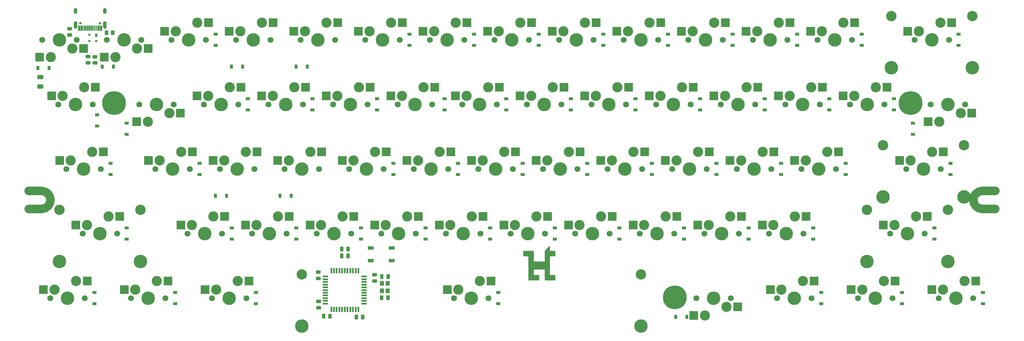
<source format=gbr>
%TF.GenerationSoftware,KiCad,Pcbnew,(5.1.10)-1*%
%TF.CreationDate,2021-08-14T15:29:17+09:00*%
%TF.ProjectId,pcb,7063622e-6b69-4636-9164-5f7063625858,rev?*%
%TF.SameCoordinates,Original*%
%TF.FileFunction,Soldermask,Bot*%
%TF.FilePolarity,Negative*%
%FSLAX46Y46*%
G04 Gerber Fmt 4.6, Leading zero omitted, Abs format (unit mm)*
G04 Created by KiCad (PCBNEW (5.1.10)-1) date 2021-08-14 15:29:17*
%MOMM*%
%LPD*%
G01*
G04 APERTURE LIST*
%ADD10C,2.501900*%
%ADD11C,1.000000*%
%ADD12C,7.000240*%
%ADD13C,7.001300*%
%ADD14R,1.200000X1.400000*%
%ADD15C,0.750000*%
%ADD16O,1.100000X2.200000*%
%ADD17O,1.100000X1.700000*%
%ADD18R,1.500000X0.550000*%
%ADD19R,0.550000X1.500000*%
%ADD20R,0.700000X1.000000*%
%ADD21R,0.700000X0.600000*%
%ADD22R,1.800000X1.100000*%
%ADD23R,2.550000X2.500000*%
%ADD24C,1.750000*%
%ADD25C,3.000000*%
%ADD26C,3.987800*%
%ADD27C,3.048000*%
%ADD28R,1.200000X0.900000*%
%ADD29R,0.900000X1.200000*%
%ADD30C,0.254000*%
%ADD31C,0.100000*%
G04 APERTURE END LIST*
D10*
%TO.C,REF\u002A\u002A*%
X24251000Y-83224950D02*
X28051000Y-83224950D01*
X24251000Y-77923050D02*
X28051000Y-77923050D01*
X305451000Y-83224950D02*
X309301000Y-83224950D01*
X305451000Y-77923050D02*
X309251000Y-77923050D01*
X28051000Y-83224950D02*
G75*
G03*
X30701950Y-80574000I0J2650950D01*
G01*
X30701950Y-80574000D02*
G75*
G03*
X28051000Y-77923050I-2650950J0D01*
G01*
X305451000Y-83224950D02*
G75*
G02*
X302800050Y-80574000I0J2650950D01*
G01*
X302800050Y-80574000D02*
G75*
G02*
X305451000Y-77923050I2650950J0D01*
G01*
%TD*%
D11*
%TO.C,REF\u002A\u002A*%
X303612522Y-82412478D03*
X305451000Y-83174000D03*
X307493035Y-83174000D03*
X307493035Y-77974000D03*
X305451000Y-77974000D03*
X303612522Y-78735522D03*
X302851000Y-80574000D03*
X26008965Y-83174000D03*
X26008965Y-77974000D03*
X29889478Y-82412478D03*
X29889478Y-78735522D03*
X28051000Y-83174000D03*
X28051000Y-77974000D03*
X30651000Y-80574000D03*
X215951000Y-111574000D03*
X213551000Y-111574000D03*
X213551000Y-106974000D03*
X215951000Y-106974000D03*
X214751000Y-111574000D03*
X214751000Y-106974000D03*
X285501000Y-49657000D03*
X283101000Y-49674000D03*
X283101000Y-54274000D03*
X285501000Y-54274000D03*
X284301000Y-54274000D03*
X284301000Y-49674000D03*
X51077346Y-53600346D03*
X47824654Y-53600346D03*
X51077346Y-50347654D03*
X47824654Y-50347654D03*
X49451000Y-54274000D03*
X51751000Y-51974000D03*
X47151000Y-51974000D03*
X49451000Y-49674000D03*
D12*
X284301000Y-51974000D03*
X214751000Y-109274000D03*
D13*
X49451000Y-51974000D03*
%TD*%
D14*
%TO.C,Y1*%
X130104250Y-107399000D03*
X130104250Y-105199000D03*
X128404250Y-105199000D03*
X128404250Y-107399000D03*
%TD*%
%TO.C,USB1*%
G36*
G01*
X45293000Y-30645000D02*
X45293000Y-29195000D01*
G75*
G02*
X45343000Y-29145000I50000J0D01*
G01*
X45943000Y-29145000D01*
G75*
G02*
X45993000Y-29195000I0J-50000D01*
G01*
X45993000Y-30645000D01*
G75*
G02*
X45943000Y-30695000I-50000J0D01*
G01*
X45343000Y-30695000D01*
G75*
G02*
X45293000Y-30645000I0J50000D01*
G01*
G37*
G36*
G01*
X38843000Y-30645000D02*
X38843000Y-29195000D01*
G75*
G02*
X38893000Y-29145000I50000J0D01*
G01*
X39493000Y-29145000D01*
G75*
G02*
X39543000Y-29195000I0J-50000D01*
G01*
X39543000Y-30645000D01*
G75*
G02*
X39493000Y-30695000I-50000J0D01*
G01*
X38893000Y-30695000D01*
G75*
G02*
X38843000Y-30645000I0J50000D01*
G01*
G37*
G36*
G01*
X44518000Y-30645000D02*
X44518000Y-29195000D01*
G75*
G02*
X44568000Y-29145000I50000J0D01*
G01*
X45168000Y-29145000D01*
G75*
G02*
X45218000Y-29195000I0J-50000D01*
G01*
X45218000Y-30645000D01*
G75*
G02*
X45168000Y-30695000I-50000J0D01*
G01*
X44568000Y-30695000D01*
G75*
G02*
X44518000Y-30645000I0J50000D01*
G01*
G37*
G36*
G01*
X39618000Y-30645000D02*
X39618000Y-29195000D01*
G75*
G02*
X39668000Y-29145000I50000J0D01*
G01*
X40268000Y-29145000D01*
G75*
G02*
X40318000Y-29195000I0J-50000D01*
G01*
X40318000Y-30645000D01*
G75*
G02*
X40268000Y-30695000I-50000J0D01*
G01*
X39668000Y-30695000D01*
G75*
G02*
X39618000Y-30645000I0J50000D01*
G01*
G37*
G36*
G01*
X40468000Y-30645000D02*
X40468000Y-29195000D01*
G75*
G02*
X40518000Y-29145000I50000J0D01*
G01*
X40818000Y-29145000D01*
G75*
G02*
X40868000Y-29195000I0J-50000D01*
G01*
X40868000Y-30645000D01*
G75*
G02*
X40818000Y-30695000I-50000J0D01*
G01*
X40518000Y-30695000D01*
G75*
G02*
X40468000Y-30645000I0J50000D01*
G01*
G37*
G36*
G01*
X43968000Y-30645000D02*
X43968000Y-29195000D01*
G75*
G02*
X44018000Y-29145000I50000J0D01*
G01*
X44318000Y-29145000D01*
G75*
G02*
X44368000Y-29195000I0J-50000D01*
G01*
X44368000Y-30645000D01*
G75*
G02*
X44318000Y-30695000I-50000J0D01*
G01*
X44018000Y-30695000D01*
G75*
G02*
X43968000Y-30645000I0J50000D01*
G01*
G37*
G36*
G01*
X40968000Y-30645000D02*
X40968000Y-29195000D01*
G75*
G02*
X41018000Y-29145000I50000J0D01*
G01*
X41318000Y-29145000D01*
G75*
G02*
X41368000Y-29195000I0J-50000D01*
G01*
X41368000Y-30645000D01*
G75*
G02*
X41318000Y-30695000I-50000J0D01*
G01*
X41018000Y-30695000D01*
G75*
G02*
X40968000Y-30645000I0J50000D01*
G01*
G37*
G36*
G01*
X43468000Y-30645000D02*
X43468000Y-29195000D01*
G75*
G02*
X43518000Y-29145000I50000J0D01*
G01*
X43818000Y-29145000D01*
G75*
G02*
X43868000Y-29195000I0J-50000D01*
G01*
X43868000Y-30645000D01*
G75*
G02*
X43818000Y-30695000I-50000J0D01*
G01*
X43518000Y-30695000D01*
G75*
G02*
X43468000Y-30645000I0J50000D01*
G01*
G37*
G36*
G01*
X41468000Y-30645000D02*
X41468000Y-29195000D01*
G75*
G02*
X41518000Y-29145000I50000J0D01*
G01*
X41818000Y-29145000D01*
G75*
G02*
X41868000Y-29195000I0J-50000D01*
G01*
X41868000Y-30645000D01*
G75*
G02*
X41818000Y-30695000I-50000J0D01*
G01*
X41518000Y-30695000D01*
G75*
G02*
X41468000Y-30645000I0J50000D01*
G01*
G37*
G36*
G01*
X42968000Y-30645000D02*
X42968000Y-29195000D01*
G75*
G02*
X43018000Y-29145000I50000J0D01*
G01*
X43318000Y-29145000D01*
G75*
G02*
X43368000Y-29195000I0J-50000D01*
G01*
X43368000Y-30645000D01*
G75*
G02*
X43318000Y-30695000I-50000J0D01*
G01*
X43018000Y-30695000D01*
G75*
G02*
X42968000Y-30645000I0J50000D01*
G01*
G37*
G36*
G01*
X42468000Y-30645000D02*
X42468000Y-29195000D01*
G75*
G02*
X42518000Y-29145000I50000J0D01*
G01*
X42818000Y-29145000D01*
G75*
G02*
X42868000Y-29195000I0J-50000D01*
G01*
X42868000Y-30645000D01*
G75*
G02*
X42818000Y-30695000I-50000J0D01*
G01*
X42518000Y-30695000D01*
G75*
G02*
X42468000Y-30645000I0J50000D01*
G01*
G37*
G36*
G01*
X41968000Y-30645000D02*
X41968000Y-29195000D01*
G75*
G02*
X42018000Y-29145000I50000J0D01*
G01*
X42318000Y-29145000D01*
G75*
G02*
X42368000Y-29195000I0J-50000D01*
G01*
X42368000Y-30645000D01*
G75*
G02*
X42318000Y-30695000I-50000J0D01*
G01*
X42018000Y-30695000D01*
G75*
G02*
X41968000Y-30645000I0J50000D01*
G01*
G37*
D15*
X45308000Y-28475000D03*
X39528000Y-28475000D03*
D16*
X38098000Y-29005000D03*
X46738000Y-29005000D03*
D17*
X38098000Y-24825000D03*
X46738000Y-24825000D03*
%TD*%
D18*
%TO.C,U2*%
X111775000Y-103156250D03*
X111775000Y-103956250D03*
X111775000Y-104756250D03*
X111775000Y-105556250D03*
X111775000Y-106356250D03*
X111775000Y-107156250D03*
X111775000Y-107956250D03*
X111775000Y-108756250D03*
X111775000Y-109556250D03*
X111775000Y-110356250D03*
X111775000Y-111156250D03*
D19*
X113475000Y-112856250D03*
X114275000Y-112856250D03*
X115075000Y-112856250D03*
X115875000Y-112856250D03*
X116675000Y-112856250D03*
X117475000Y-112856250D03*
X118275000Y-112856250D03*
X119075000Y-112856250D03*
X119875000Y-112856250D03*
X120675000Y-112856250D03*
X121475000Y-112856250D03*
D18*
X123175000Y-111156250D03*
X123175000Y-110356250D03*
X123175000Y-109556250D03*
X123175000Y-108756250D03*
X123175000Y-107956250D03*
X123175000Y-107156250D03*
X123175000Y-106356250D03*
X123175000Y-105556250D03*
X123175000Y-104756250D03*
X123175000Y-103956250D03*
X123175000Y-103156250D03*
D19*
X121475000Y-101456250D03*
X120675000Y-101456250D03*
X119875000Y-101456250D03*
X119075000Y-101456250D03*
X118275000Y-101456250D03*
X117475000Y-101456250D03*
X116675000Y-101456250D03*
X115875000Y-101456250D03*
X115075000Y-101456250D03*
X114275000Y-101456250D03*
X113475000Y-101456250D03*
%TD*%
D20*
%TO.C,U1*%
X44164000Y-32013500D03*
D21*
X42164000Y-31813500D03*
X44164000Y-33713500D03*
X42164000Y-33713500D03*
%TD*%
D22*
%TO.C,SW1*%
X125074750Y-94733500D03*
X131274750Y-98433500D03*
X125074750Y-98433500D03*
X131274750Y-94733500D03*
%TD*%
%TO.C,R6*%
G36*
G01*
X112572750Y-115321502D02*
X112572750Y-114421498D01*
G75*
G02*
X112822748Y-114171500I249998J0D01*
G01*
X113347752Y-114171500D01*
G75*
G02*
X113597750Y-114421498I0J-249998D01*
G01*
X113597750Y-115321502D01*
G75*
G02*
X113347752Y-115571500I-249998J0D01*
G01*
X112822748Y-115571500D01*
G75*
G02*
X112572750Y-115321502I0J249998D01*
G01*
G37*
G36*
G01*
X110747750Y-115321502D02*
X110747750Y-114421498D01*
G75*
G02*
X110997748Y-114171500I249998J0D01*
G01*
X111522752Y-114171500D01*
G75*
G02*
X111772750Y-114421498I0J-249998D01*
G01*
X111772750Y-115321502D01*
G75*
G02*
X111522752Y-115571500I-249998J0D01*
G01*
X110997748Y-115571500D01*
G75*
G02*
X110747750Y-115321502I0J249998D01*
G01*
G37*
%TD*%
%TO.C,R5*%
G36*
G01*
X126719752Y-103168500D02*
X125819748Y-103168500D01*
G75*
G02*
X125569750Y-102918502I0J249998D01*
G01*
X125569750Y-102393498D01*
G75*
G02*
X125819748Y-102143500I249998J0D01*
G01*
X126719752Y-102143500D01*
G75*
G02*
X126969750Y-102393498I0J-249998D01*
G01*
X126969750Y-102918502D01*
G75*
G02*
X126719752Y-103168500I-249998J0D01*
G01*
G37*
G36*
G01*
X126719752Y-104993500D02*
X125819748Y-104993500D01*
G75*
G02*
X125569750Y-104743502I0J249998D01*
G01*
X125569750Y-104218498D01*
G75*
G02*
X125819748Y-103968500I249998J0D01*
G01*
X126719752Y-103968500D01*
G75*
G02*
X126969750Y-104218498I0J-249998D01*
G01*
X126969750Y-104743502D01*
G75*
G02*
X126719752Y-104993500I-249998J0D01*
G01*
G37*
%TD*%
%TO.C,R4*%
G36*
G01*
X44265002Y-38843000D02*
X43364998Y-38843000D01*
G75*
G02*
X43115000Y-38593002I0J249998D01*
G01*
X43115000Y-38067998D01*
G75*
G02*
X43364998Y-37818000I249998J0D01*
G01*
X44265002Y-37818000D01*
G75*
G02*
X44515000Y-38067998I0J-249998D01*
G01*
X44515000Y-38593002D01*
G75*
G02*
X44265002Y-38843000I-249998J0D01*
G01*
G37*
G36*
G01*
X44265002Y-40668000D02*
X43364998Y-40668000D01*
G75*
G02*
X43115000Y-40418002I0J249998D01*
G01*
X43115000Y-39892998D01*
G75*
G02*
X43364998Y-39643000I249998J0D01*
G01*
X44265002Y-39643000D01*
G75*
G02*
X44515000Y-39892998I0J-249998D01*
G01*
X44515000Y-40418002D01*
G75*
G02*
X44265002Y-40668000I-249998J0D01*
G01*
G37*
%TD*%
%TO.C,R3*%
G36*
G01*
X42233002Y-38819500D02*
X41332998Y-38819500D01*
G75*
G02*
X41083000Y-38569502I0J249998D01*
G01*
X41083000Y-38044498D01*
G75*
G02*
X41332998Y-37794500I249998J0D01*
G01*
X42233002Y-37794500D01*
G75*
G02*
X42483000Y-38044498I0J-249998D01*
G01*
X42483000Y-38569502D01*
G75*
G02*
X42233002Y-38819500I-249998J0D01*
G01*
G37*
G36*
G01*
X42233002Y-40644500D02*
X41332998Y-40644500D01*
G75*
G02*
X41083000Y-40394502I0J249998D01*
G01*
X41083000Y-39869498D01*
G75*
G02*
X41332998Y-39619500I249998J0D01*
G01*
X42233002Y-39619500D01*
G75*
G02*
X42483000Y-39869498I0J-249998D01*
G01*
X42483000Y-40394502D01*
G75*
G02*
X42233002Y-40644500I-249998J0D01*
G01*
G37*
%TD*%
%TO.C,R2*%
G36*
G01*
X47733000Y-30791998D02*
X47733000Y-31692002D01*
G75*
G02*
X47483002Y-31942000I-249998J0D01*
G01*
X46957998Y-31942000D01*
G75*
G02*
X46708000Y-31692002I0J249998D01*
G01*
X46708000Y-30791998D01*
G75*
G02*
X46957998Y-30542000I249998J0D01*
G01*
X47483002Y-30542000D01*
G75*
G02*
X47733000Y-30791998I0J-249998D01*
G01*
G37*
G36*
G01*
X49558000Y-30791998D02*
X49558000Y-31692002D01*
G75*
G02*
X49308002Y-31942000I-249998J0D01*
G01*
X48782998Y-31942000D01*
G75*
G02*
X48533000Y-31692002I0J249998D01*
G01*
X48533000Y-30791998D01*
G75*
G02*
X48782998Y-30542000I249998J0D01*
G01*
X49308002Y-30542000D01*
G75*
G02*
X49558000Y-30791998I0J-249998D01*
G01*
G37*
%TD*%
%TO.C,R1*%
G36*
G01*
X35871998Y-31388000D02*
X36772002Y-31388000D01*
G75*
G02*
X37022000Y-31637998I0J-249998D01*
G01*
X37022000Y-32163002D01*
G75*
G02*
X36772002Y-32413000I-249998J0D01*
G01*
X35871998Y-32413000D01*
G75*
G02*
X35622000Y-32163002I0J249998D01*
G01*
X35622000Y-31637998D01*
G75*
G02*
X35871998Y-31388000I249998J0D01*
G01*
G37*
G36*
G01*
X35871998Y-29563000D02*
X36772002Y-29563000D01*
G75*
G02*
X37022000Y-29812998I0J-249998D01*
G01*
X37022000Y-30338002D01*
G75*
G02*
X36772002Y-30588000I-249998J0D01*
G01*
X35871998Y-30588000D01*
G75*
G02*
X35622000Y-30338002I0J249998D01*
G01*
X35622000Y-29812998D01*
G75*
G02*
X35871998Y-29563000I249998J0D01*
G01*
G37*
%TD*%
D23*
%TO.C,MX61*%
X303498250Y-104457500D03*
X290571250Y-106997500D03*
D24*
X302736250Y-109537500D03*
X292576250Y-109537500D03*
D25*
X293846250Y-106997500D03*
D26*
X297656250Y-109537500D03*
D25*
X300196250Y-104457500D03*
%TD*%
D26*
%TO.C,MX60*%
X271430750Y-98742500D03*
X295306750Y-98742500D03*
D27*
X271430750Y-83502500D03*
X295306750Y-83502500D03*
D23*
X289210750Y-85407500D03*
X276283750Y-87947500D03*
D24*
X288448750Y-90487500D03*
X278288750Y-90487500D03*
D25*
X279558750Y-87947500D03*
D26*
X283368750Y-90487500D03*
D25*
X285908750Y-85407500D03*
%TD*%
D26*
%TO.C,MX59*%
X276193250Y-79692500D03*
X300069250Y-79692500D03*
D27*
X276193250Y-64452500D03*
X300069250Y-64452500D03*
D23*
X293973250Y-66357500D03*
X281046250Y-68897500D03*
D24*
X293211250Y-71437500D03*
X283051250Y-71437500D03*
D25*
X284321250Y-68897500D03*
D26*
X288131250Y-71437500D03*
D25*
X290671250Y-66357500D03*
%TD*%
D23*
%TO.C,MX58*%
X289433000Y-57467500D03*
X302360000Y-54927500D03*
D24*
X290195000Y-52387500D03*
X300355000Y-52387500D03*
D25*
X299085000Y-54927500D03*
D26*
X295275000Y-52387500D03*
D25*
X292735000Y-57467500D03*
%TD*%
D26*
%TO.C,MX57*%
X278574500Y-41592500D03*
X302450500Y-41592500D03*
D27*
X278574500Y-26352500D03*
X302450500Y-26352500D03*
D23*
X296354500Y-28257500D03*
X283427500Y-30797500D03*
D24*
X295592500Y-33337500D03*
X285432500Y-33337500D03*
D25*
X286702500Y-30797500D03*
D26*
X290512500Y-33337500D03*
D25*
X293052500Y-28257500D03*
%TD*%
D23*
%TO.C,MX56*%
X279685750Y-104457500D03*
X266758750Y-106997500D03*
D24*
X278923750Y-109537500D03*
X268763750Y-109537500D03*
D25*
X270033750Y-106997500D03*
D26*
X273843750Y-109537500D03*
D25*
X276383750Y-104457500D03*
%TD*%
D23*
%TO.C,MX55*%
X277304500Y-47307500D03*
X264377500Y-49847500D03*
D24*
X276542500Y-52387500D03*
X266382500Y-52387500D03*
D25*
X267652500Y-49847500D03*
D26*
X271462500Y-52387500D03*
D25*
X274002500Y-47307500D03*
%TD*%
D23*
%TO.C,MX54*%
X267779500Y-28257500D03*
X254852500Y-30797500D03*
D24*
X267017500Y-33337500D03*
X256857500Y-33337500D03*
D25*
X258127500Y-30797500D03*
D26*
X261937500Y-33337500D03*
D25*
X264477500Y-28257500D03*
%TD*%
D23*
%TO.C,MX53*%
X255873250Y-104457500D03*
X242946250Y-106997500D03*
D24*
X255111250Y-109537500D03*
X244951250Y-109537500D03*
D25*
X246221250Y-106997500D03*
D26*
X250031250Y-109537500D03*
D25*
X252571250Y-104457500D03*
%TD*%
D23*
%TO.C,MX52*%
X253492000Y-85407500D03*
X240565000Y-87947500D03*
D24*
X252730000Y-90487500D03*
X242570000Y-90487500D03*
D25*
X243840000Y-87947500D03*
D26*
X247650000Y-90487500D03*
D25*
X250190000Y-85407500D03*
%TD*%
D23*
%TO.C,MX51*%
X263017000Y-66357500D03*
X250090000Y-68897500D03*
D24*
X262255000Y-71437500D03*
X252095000Y-71437500D03*
D25*
X253365000Y-68897500D03*
D26*
X257175000Y-71437500D03*
D25*
X259715000Y-66357500D03*
%TD*%
D23*
%TO.C,MX50*%
X258254500Y-47307500D03*
X245327500Y-49847500D03*
D24*
X257492500Y-52387500D03*
X247332500Y-52387500D03*
D25*
X248602500Y-49847500D03*
D26*
X252412500Y-52387500D03*
D25*
X254952500Y-47307500D03*
%TD*%
D23*
%TO.C,MX49*%
X248729500Y-28257500D03*
X235802500Y-30797500D03*
D24*
X247967500Y-33337500D03*
X237807500Y-33337500D03*
D25*
X239077500Y-30797500D03*
D26*
X242887500Y-33337500D03*
D25*
X245427500Y-28257500D03*
%TD*%
D23*
%TO.C,MX48*%
X220376750Y-114617500D03*
X233303750Y-112077500D03*
D24*
X221138750Y-109537500D03*
X231298750Y-109537500D03*
D25*
X230028750Y-112077500D03*
D26*
X226218750Y-109537500D03*
D25*
X223678750Y-114617500D03*
%TD*%
D23*
%TO.C,MX47*%
X234442000Y-85407500D03*
X221515000Y-87947500D03*
D24*
X233680000Y-90487500D03*
X223520000Y-90487500D03*
D25*
X224790000Y-87947500D03*
D26*
X228600000Y-90487500D03*
D25*
X231140000Y-85407500D03*
%TD*%
D23*
%TO.C,MX46*%
X243967000Y-66357500D03*
X231040000Y-68897500D03*
D24*
X243205000Y-71437500D03*
X233045000Y-71437500D03*
D25*
X234315000Y-68897500D03*
D26*
X238125000Y-71437500D03*
D25*
X240665000Y-66357500D03*
%TD*%
D23*
%TO.C,MX45*%
X239204500Y-47307500D03*
X226277500Y-49847500D03*
D24*
X238442500Y-52387500D03*
X228282500Y-52387500D03*
D25*
X229552500Y-49847500D03*
D26*
X233362500Y-52387500D03*
D25*
X235902500Y-47307500D03*
%TD*%
D23*
%TO.C,MX44*%
X229679500Y-28257500D03*
X216752500Y-30797500D03*
D24*
X228917500Y-33337500D03*
X218757500Y-33337500D03*
D25*
X220027500Y-30797500D03*
D26*
X223837500Y-33337500D03*
D25*
X226377500Y-28257500D03*
%TD*%
D23*
%TO.C,MX43*%
X215392000Y-85407500D03*
X202465000Y-87947500D03*
D24*
X214630000Y-90487500D03*
X204470000Y-90487500D03*
D25*
X205740000Y-87947500D03*
D26*
X209550000Y-90487500D03*
D25*
X212090000Y-85407500D03*
%TD*%
D23*
%TO.C,MX42*%
X224917000Y-66357500D03*
X211990000Y-68897500D03*
D24*
X224155000Y-71437500D03*
X213995000Y-71437500D03*
D25*
X215265000Y-68897500D03*
D26*
X219075000Y-71437500D03*
D25*
X221615000Y-66357500D03*
%TD*%
D23*
%TO.C,MX41*%
X220154500Y-47307500D03*
X207227500Y-49847500D03*
D24*
X219392500Y-52387500D03*
X209232500Y-52387500D03*
D25*
X210502500Y-49847500D03*
D26*
X214312500Y-52387500D03*
D25*
X216852500Y-47307500D03*
%TD*%
D23*
%TO.C,MX40*%
X210629500Y-28257500D03*
X197702500Y-30797500D03*
D24*
X209867500Y-33337500D03*
X199707500Y-33337500D03*
D25*
X200977500Y-30797500D03*
D26*
X204787500Y-33337500D03*
D25*
X207327500Y-28257500D03*
%TD*%
D23*
%TO.C,MX39*%
X196342000Y-85407500D03*
X183415000Y-87947500D03*
D24*
X195580000Y-90487500D03*
X185420000Y-90487500D03*
D25*
X186690000Y-87947500D03*
D26*
X190500000Y-90487500D03*
D25*
X193040000Y-85407500D03*
%TD*%
D23*
%TO.C,MX38*%
X205867000Y-66357500D03*
X192940000Y-68897500D03*
D24*
X205105000Y-71437500D03*
X194945000Y-71437500D03*
D25*
X196215000Y-68897500D03*
D26*
X200025000Y-71437500D03*
D25*
X202565000Y-66357500D03*
%TD*%
D23*
%TO.C,MX37*%
X201104500Y-47307500D03*
X188177500Y-49847500D03*
D24*
X200342500Y-52387500D03*
X190182500Y-52387500D03*
D25*
X191452500Y-49847500D03*
D26*
X195262500Y-52387500D03*
D25*
X197802500Y-47307500D03*
%TD*%
D23*
%TO.C,MX36*%
X191579500Y-28257500D03*
X178652500Y-30797500D03*
D24*
X190817500Y-33337500D03*
X180657500Y-33337500D03*
D25*
X181927500Y-30797500D03*
D26*
X185737500Y-33337500D03*
D25*
X188277500Y-28257500D03*
%TD*%
D23*
%TO.C,MX35*%
X177292000Y-85407500D03*
X164365000Y-87947500D03*
D24*
X176530000Y-90487500D03*
X166370000Y-90487500D03*
D25*
X167640000Y-87947500D03*
D26*
X171450000Y-90487500D03*
D25*
X173990000Y-85407500D03*
%TD*%
D23*
%TO.C,MX34*%
X186817000Y-66357500D03*
X173890000Y-68897500D03*
D24*
X186055000Y-71437500D03*
X175895000Y-71437500D03*
D25*
X177165000Y-68897500D03*
D26*
X180975000Y-71437500D03*
D25*
X183515000Y-66357500D03*
%TD*%
D23*
%TO.C,MX33*%
X182054500Y-47307500D03*
X169127500Y-49847500D03*
D24*
X181292500Y-52387500D03*
X171132500Y-52387500D03*
D25*
X172402500Y-49847500D03*
D26*
X176212500Y-52387500D03*
D25*
X178752500Y-47307500D03*
%TD*%
D23*
%TO.C,MX32*%
X172529500Y-28257500D03*
X159602500Y-30797500D03*
D24*
X171767500Y-33337500D03*
X161607500Y-33337500D03*
D25*
X162877500Y-30797500D03*
D26*
X166687500Y-33337500D03*
D25*
X169227500Y-28257500D03*
%TD*%
D26*
%TO.C,MX31*%
X104781350Y-117792500D03*
X204781150Y-117792500D03*
D27*
X104781350Y-102552500D03*
X204781150Y-102552500D03*
D23*
X160623250Y-104457500D03*
X147696250Y-106997500D03*
D24*
X159861250Y-109537500D03*
X149701250Y-109537500D03*
D25*
X150971250Y-106997500D03*
D26*
X154781250Y-109537500D03*
D25*
X157321250Y-104457500D03*
%TD*%
D23*
%TO.C,MX30*%
X158242000Y-85407500D03*
X145315000Y-87947500D03*
D24*
X157480000Y-90487500D03*
X147320000Y-90487500D03*
D25*
X148590000Y-87947500D03*
D26*
X152400000Y-90487500D03*
D25*
X154940000Y-85407500D03*
%TD*%
D23*
%TO.C,MX29*%
X167767000Y-66357500D03*
X154840000Y-68897500D03*
D24*
X167005000Y-71437500D03*
X156845000Y-71437500D03*
D25*
X158115000Y-68897500D03*
D26*
X161925000Y-71437500D03*
D25*
X164465000Y-66357500D03*
%TD*%
D23*
%TO.C,MX28*%
X163004500Y-47307500D03*
X150077500Y-49847500D03*
D24*
X162242500Y-52387500D03*
X152082500Y-52387500D03*
D25*
X153352500Y-49847500D03*
D26*
X157162500Y-52387500D03*
D25*
X159702500Y-47307500D03*
%TD*%
D23*
%TO.C,MX27*%
X153479500Y-28257500D03*
X140552500Y-30797500D03*
D24*
X152717500Y-33337500D03*
X142557500Y-33337500D03*
D25*
X143827500Y-30797500D03*
D26*
X147637500Y-33337500D03*
D25*
X150177500Y-28257500D03*
%TD*%
D23*
%TO.C,MX26*%
X139192000Y-85407500D03*
X126265000Y-87947500D03*
D24*
X138430000Y-90487500D03*
X128270000Y-90487500D03*
D25*
X129540000Y-87947500D03*
D26*
X133350000Y-90487500D03*
D25*
X135890000Y-85407500D03*
%TD*%
D23*
%TO.C,MX25*%
X148717000Y-66357500D03*
X135790000Y-68897500D03*
D24*
X147955000Y-71437500D03*
X137795000Y-71437500D03*
D25*
X139065000Y-68897500D03*
D26*
X142875000Y-71437500D03*
D25*
X145415000Y-66357500D03*
%TD*%
D23*
%TO.C,MX24*%
X143954500Y-47307500D03*
X131027500Y-49847500D03*
D24*
X143192500Y-52387500D03*
X133032500Y-52387500D03*
D25*
X134302500Y-49847500D03*
D26*
X138112500Y-52387500D03*
D25*
X140652500Y-47307500D03*
%TD*%
D23*
%TO.C,MX23*%
X134429500Y-28257500D03*
X121502500Y-30797500D03*
D24*
X133667500Y-33337500D03*
X123507500Y-33337500D03*
D25*
X124777500Y-30797500D03*
D26*
X128587500Y-33337500D03*
D25*
X131127500Y-28257500D03*
%TD*%
D23*
%TO.C,MX22*%
X120142000Y-85407500D03*
X107215000Y-87947500D03*
D24*
X119380000Y-90487500D03*
X109220000Y-90487500D03*
D25*
X110490000Y-87947500D03*
D26*
X114300000Y-90487500D03*
D25*
X116840000Y-85407500D03*
%TD*%
D23*
%TO.C,MX21*%
X129667000Y-66357500D03*
X116740000Y-68897500D03*
D24*
X128905000Y-71437500D03*
X118745000Y-71437500D03*
D25*
X120015000Y-68897500D03*
D26*
X123825000Y-71437500D03*
D25*
X126365000Y-66357500D03*
%TD*%
D23*
%TO.C,MX20*%
X124904500Y-47307500D03*
X111977500Y-49847500D03*
D24*
X124142500Y-52387500D03*
X113982500Y-52387500D03*
D25*
X115252500Y-49847500D03*
D26*
X119062500Y-52387500D03*
D25*
X121602500Y-47307500D03*
%TD*%
D23*
%TO.C,MX19*%
X115379500Y-28257500D03*
X102452500Y-30797500D03*
D24*
X114617500Y-33337500D03*
X104457500Y-33337500D03*
D25*
X105727500Y-30797500D03*
D26*
X109537500Y-33337500D03*
D25*
X112077500Y-28257500D03*
%TD*%
D23*
%TO.C,MX18*%
X101092000Y-85407500D03*
X88165000Y-87947500D03*
D24*
X100330000Y-90487500D03*
X90170000Y-90487500D03*
D25*
X91440000Y-87947500D03*
D26*
X95250000Y-90487500D03*
D25*
X97790000Y-85407500D03*
%TD*%
D23*
%TO.C,MX17*%
X110617000Y-66357500D03*
X97690000Y-68897500D03*
D24*
X109855000Y-71437500D03*
X99695000Y-71437500D03*
D25*
X100965000Y-68897500D03*
D26*
X104775000Y-71437500D03*
D25*
X107315000Y-66357500D03*
%TD*%
D23*
%TO.C,MX16*%
X105854500Y-47307500D03*
X92927500Y-49847500D03*
D24*
X105092500Y-52387500D03*
X94932500Y-52387500D03*
D25*
X96202500Y-49847500D03*
D26*
X100012500Y-52387500D03*
D25*
X102552500Y-47307500D03*
%TD*%
D23*
%TO.C,MX15*%
X96329500Y-28257500D03*
X83402500Y-30797500D03*
D24*
X95567500Y-33337500D03*
X85407500Y-33337500D03*
D25*
X86677500Y-30797500D03*
D26*
X90487500Y-33337500D03*
D25*
X93027500Y-28257500D03*
%TD*%
D23*
%TO.C,MX14*%
X89185750Y-104457500D03*
X76258750Y-106997500D03*
D24*
X88423750Y-109537500D03*
X78263750Y-109537500D03*
D25*
X79533750Y-106997500D03*
D26*
X83343750Y-109537500D03*
D25*
X85883750Y-104457500D03*
%TD*%
D23*
%TO.C,MX13*%
X82042000Y-85407500D03*
X69115000Y-87947500D03*
D24*
X81280000Y-90487500D03*
X71120000Y-90487500D03*
D25*
X72390000Y-87947500D03*
D26*
X76200000Y-90487500D03*
D25*
X78740000Y-85407500D03*
%TD*%
D23*
%TO.C,MX12*%
X91567000Y-66357500D03*
X78640000Y-68897500D03*
D24*
X90805000Y-71437500D03*
X80645000Y-71437500D03*
D25*
X81915000Y-68897500D03*
D26*
X85725000Y-71437500D03*
D25*
X88265000Y-66357500D03*
%TD*%
D23*
%TO.C,MX11*%
X86804500Y-47307500D03*
X73877500Y-49847500D03*
D24*
X86042500Y-52387500D03*
X75882500Y-52387500D03*
D25*
X77152500Y-49847500D03*
D26*
X80962500Y-52387500D03*
D25*
X83502500Y-47307500D03*
%TD*%
D23*
%TO.C,MX10*%
X77279500Y-28257500D03*
X64352500Y-30797500D03*
D24*
X76517500Y-33337500D03*
X66357500Y-33337500D03*
D25*
X67627500Y-30797500D03*
D26*
X71437500Y-33337500D03*
D25*
X73977500Y-28257500D03*
%TD*%
D23*
%TO.C,MX9*%
X65373250Y-104457500D03*
X52446250Y-106997500D03*
D24*
X64611250Y-109537500D03*
X54451250Y-109537500D03*
D25*
X55721250Y-106997500D03*
D26*
X59531250Y-109537500D03*
D25*
X62071250Y-104457500D03*
%TD*%
D23*
%TO.C,MX8*%
X72517000Y-66357500D03*
X59590000Y-68897500D03*
D24*
X71755000Y-71437500D03*
X61595000Y-71437500D03*
D25*
X62865000Y-68897500D03*
D26*
X66675000Y-71437500D03*
D25*
X69215000Y-66357500D03*
%TD*%
D23*
%TO.C,MX7*%
X56070500Y-57467500D03*
X68997500Y-54927500D03*
D24*
X56832500Y-52387500D03*
X66992500Y-52387500D03*
D25*
X65722500Y-54927500D03*
D26*
X61912500Y-52387500D03*
D25*
X59372500Y-57467500D03*
%TD*%
D23*
%TO.C,MX6*%
X46545500Y-38417500D03*
X59472500Y-35877500D03*
D24*
X47307500Y-33337500D03*
X57467500Y-33337500D03*
D25*
X56197500Y-35877500D03*
D26*
X52387500Y-33337500D03*
D25*
X49847500Y-38417500D03*
%TD*%
D23*
%TO.C,MX5*%
X41560750Y-104457500D03*
X28633750Y-106997500D03*
D24*
X40798750Y-109537500D03*
X30638750Y-109537500D03*
D25*
X31908750Y-106997500D03*
D26*
X35718750Y-109537500D03*
D25*
X38258750Y-104457500D03*
%TD*%
D26*
%TO.C,MX4*%
X33305750Y-98742500D03*
X57181750Y-98742500D03*
D27*
X33305750Y-83502500D03*
X57181750Y-83502500D03*
D23*
X51085750Y-85407500D03*
X38158750Y-87947500D03*
D24*
X50323750Y-90487500D03*
X40163750Y-90487500D03*
D25*
X41433750Y-87947500D03*
D26*
X45243750Y-90487500D03*
D25*
X47783750Y-85407500D03*
%TD*%
D23*
%TO.C,MX3*%
X46323250Y-66357500D03*
X33396250Y-68897500D03*
D24*
X45561250Y-71437500D03*
X35401250Y-71437500D03*
D25*
X36671250Y-68897500D03*
D26*
X40481250Y-71437500D03*
D25*
X43021250Y-66357500D03*
%TD*%
D23*
%TO.C,MX2*%
X43942000Y-47307500D03*
X31015000Y-49847500D03*
D24*
X43180000Y-52387500D03*
X33020000Y-52387500D03*
D25*
X34290000Y-49847500D03*
D26*
X38100000Y-52387500D03*
D25*
X40640000Y-47307500D03*
%TD*%
D23*
%TO.C,MX1*%
X27495500Y-38417500D03*
X40422500Y-35877500D03*
D24*
X28257500Y-33337500D03*
X38417500Y-33337500D03*
D25*
X37147500Y-35877500D03*
D26*
X33337500Y-33337500D03*
D25*
X30797500Y-38417500D03*
%TD*%
%TO.C,F1*%
G36*
G01*
X28311000Y-44945000D02*
X27061000Y-44945000D01*
G75*
G02*
X26811000Y-44695000I0J250000D01*
G01*
X26811000Y-43945000D01*
G75*
G02*
X27061000Y-43695000I250000J0D01*
G01*
X28311000Y-43695000D01*
G75*
G02*
X28561000Y-43945000I0J-250000D01*
G01*
X28561000Y-44695000D01*
G75*
G02*
X28311000Y-44945000I-250000J0D01*
G01*
G37*
G36*
G01*
X28311000Y-47745000D02*
X27061000Y-47745000D01*
G75*
G02*
X26811000Y-47495000I0J250000D01*
G01*
X26811000Y-46745000D01*
G75*
G02*
X27061000Y-46495000I250000J0D01*
G01*
X28311000Y-46495000D01*
G75*
G02*
X28561000Y-46745000I0J-250000D01*
G01*
X28561000Y-47495000D01*
G75*
G02*
X28311000Y-47745000I-250000J0D01*
G01*
G37*
%TD*%
D28*
%TO.C,D61*%
X305593750Y-107887500D03*
X305593750Y-111187500D03*
%TD*%
%TO.C,D60*%
X291306250Y-88837500D03*
X291306250Y-92137500D03*
%TD*%
%TO.C,D59*%
X296068750Y-69787500D03*
X296068750Y-73087500D03*
%TD*%
%TO.C,D58*%
X284956250Y-57881250D03*
X284956250Y-61181250D03*
%TD*%
%TO.C,D57*%
X298450000Y-31687500D03*
X298450000Y-34987500D03*
%TD*%
%TO.C,D56*%
X281781250Y-107887500D03*
X281781250Y-111187500D03*
%TD*%
%TO.C,D55*%
X279400000Y-50737500D03*
X279400000Y-54037500D03*
%TD*%
%TO.C,D54*%
X269875000Y-31687500D03*
X269875000Y-34987500D03*
%TD*%
%TO.C,D53*%
X257968750Y-107887500D03*
X257968750Y-111187500D03*
%TD*%
%TO.C,D52*%
X255587500Y-88837500D03*
X255587500Y-92137500D03*
%TD*%
%TO.C,D51*%
X265112500Y-69787500D03*
X265112500Y-73087500D03*
%TD*%
%TO.C,D50*%
X260350000Y-50737500D03*
X260350000Y-54037500D03*
%TD*%
%TO.C,D49*%
X250825000Y-31687500D03*
X250825000Y-34987500D03*
%TD*%
D29*
%TO.C,D48*%
X218343750Y-115093750D03*
X215043750Y-115093750D03*
%TD*%
D28*
%TO.C,D47*%
X236537500Y-88837500D03*
X236537500Y-92137500D03*
%TD*%
%TO.C,D46*%
X246062500Y-69787500D03*
X246062500Y-73087500D03*
%TD*%
%TO.C,D45*%
X241300000Y-50737500D03*
X241300000Y-54037500D03*
%TD*%
%TO.C,D44*%
X231775000Y-31687500D03*
X231775000Y-34987500D03*
%TD*%
%TO.C,D43*%
X217487500Y-88837500D03*
X217487500Y-92137500D03*
%TD*%
%TO.C,D42*%
X227012500Y-69787500D03*
X227012500Y-73087500D03*
%TD*%
%TO.C,D41*%
X222250000Y-50737500D03*
X222250000Y-54037500D03*
%TD*%
%TO.C,D40*%
X212725000Y-31687500D03*
X212725000Y-34987500D03*
%TD*%
%TO.C,D39*%
X198437500Y-88837500D03*
X198437500Y-92137500D03*
%TD*%
%TO.C,D38*%
X207962500Y-69787500D03*
X207962500Y-73087500D03*
%TD*%
%TO.C,D37*%
X203200000Y-50737500D03*
X203200000Y-54037500D03*
%TD*%
%TO.C,D36*%
X193675000Y-31687500D03*
X193675000Y-34987500D03*
%TD*%
%TO.C,D35*%
X179387500Y-88837500D03*
X179387500Y-92137500D03*
%TD*%
%TO.C,D34*%
X188912500Y-69787500D03*
X188912500Y-73087500D03*
%TD*%
%TO.C,D33*%
X184150000Y-50737500D03*
X184150000Y-54037500D03*
%TD*%
%TO.C,D32*%
X174625000Y-31687500D03*
X174625000Y-34987500D03*
%TD*%
%TO.C,D31*%
X162718750Y-107887500D03*
X162718750Y-111187500D03*
%TD*%
%TO.C,D30*%
X160337500Y-88837500D03*
X160337500Y-92137500D03*
%TD*%
%TO.C,D29*%
X169862500Y-69787500D03*
X169862500Y-73087500D03*
%TD*%
%TO.C,D28*%
X165100000Y-50737500D03*
X165100000Y-54037500D03*
%TD*%
%TO.C,D27*%
X155575000Y-31687500D03*
X155575000Y-34987500D03*
%TD*%
%TO.C,D26*%
X141287500Y-88837500D03*
X141287500Y-92137500D03*
%TD*%
%TO.C,D25*%
X150812500Y-69787500D03*
X150812500Y-73087500D03*
%TD*%
%TO.C,D24*%
X146843750Y-50737500D03*
X146843750Y-54037500D03*
%TD*%
%TO.C,D23*%
X136525000Y-31687500D03*
X136525000Y-34987500D03*
%TD*%
%TO.C,D22*%
X122237500Y-88837500D03*
X122237500Y-92137500D03*
%TD*%
%TO.C,D21*%
X131762500Y-69787500D03*
X131762500Y-73087500D03*
%TD*%
%TO.C,D20*%
X127000000Y-50737500D03*
X127000000Y-54037500D03*
%TD*%
D29*
%TO.C,D19*%
X103125000Y-41275000D03*
X106425000Y-41275000D03*
%TD*%
D28*
%TO.C,D18*%
X103187500Y-88837500D03*
X103187500Y-92137500D03*
%TD*%
D29*
%TO.C,D17*%
X98362500Y-79375000D03*
X101662500Y-79375000D03*
%TD*%
D28*
%TO.C,D16*%
X107950000Y-50737500D03*
X107950000Y-54037500D03*
%TD*%
D29*
%TO.C,D15*%
X84075000Y-41275000D03*
X87375000Y-41275000D03*
%TD*%
D28*
%TO.C,D14*%
X91281250Y-107887500D03*
X91281250Y-111187500D03*
%TD*%
%TO.C,D13*%
X84137500Y-88837500D03*
X84137500Y-92137500D03*
%TD*%
D29*
%TO.C,D12*%
X79312500Y-79375000D03*
X82612500Y-79375000D03*
%TD*%
D28*
%TO.C,D11*%
X88900000Y-50737500D03*
X88900000Y-54037500D03*
%TD*%
%TO.C,D10*%
X79375000Y-31687500D03*
X79375000Y-34987500D03*
%TD*%
%TO.C,D9*%
X67468750Y-107887500D03*
X67468750Y-111187500D03*
%TD*%
%TO.C,D8*%
X74612500Y-69787500D03*
X74612500Y-73087500D03*
%TD*%
%TO.C,D7*%
X53181250Y-57881250D03*
X53181250Y-61181250D03*
%TD*%
D29*
%TO.C,D6*%
X45975000Y-41275000D03*
X49275000Y-41275000D03*
%TD*%
D28*
%TO.C,D5*%
X43656250Y-107887500D03*
X43656250Y-111187500D03*
%TD*%
%TO.C,D4*%
X53181250Y-88837500D03*
X53181250Y-92137500D03*
%TD*%
%TO.C,D3*%
X48418750Y-69787500D03*
X48418750Y-73087500D03*
%TD*%
%TO.C,D2*%
X44450000Y-55500000D03*
X44450000Y-58800000D03*
%TD*%
D29*
%TO.C,D1*%
X26987500Y-41656000D03*
X30287500Y-41656000D03*
%TD*%
%TO.C,C7*%
G36*
G01*
X117056750Y-94584500D02*
X117056750Y-95534500D01*
G75*
G02*
X116806750Y-95784500I-250000J0D01*
G01*
X116306750Y-95784500D01*
G75*
G02*
X116056750Y-95534500I0J250000D01*
G01*
X116056750Y-94584500D01*
G75*
G02*
X116306750Y-94334500I250000J0D01*
G01*
X116806750Y-94334500D01*
G75*
G02*
X117056750Y-94584500I0J-250000D01*
G01*
G37*
G36*
G01*
X118956750Y-94584500D02*
X118956750Y-95534500D01*
G75*
G02*
X118706750Y-95784500I-250000J0D01*
G01*
X118206750Y-95784500D01*
G75*
G02*
X117956750Y-95534500I0J250000D01*
G01*
X117956750Y-94584500D01*
G75*
G02*
X118206750Y-94334500I250000J0D01*
G01*
X118706750Y-94334500D01*
G75*
G02*
X118956750Y-94584500I0J-250000D01*
G01*
G37*
%TD*%
%TO.C,C6*%
G36*
G01*
X122274750Y-115600500D02*
X122274750Y-114650500D01*
G75*
G02*
X122524750Y-114400500I250000J0D01*
G01*
X123024750Y-114400500D01*
G75*
G02*
X123274750Y-114650500I0J-250000D01*
G01*
X123274750Y-115600500D01*
G75*
G02*
X123024750Y-115850500I-250000J0D01*
G01*
X122524750Y-115850500D01*
G75*
G02*
X122274750Y-115600500I0J250000D01*
G01*
G37*
G36*
G01*
X120374750Y-115600500D02*
X120374750Y-114650500D01*
G75*
G02*
X120624750Y-114400500I250000J0D01*
G01*
X121124750Y-114400500D01*
G75*
G02*
X121374750Y-114650500I0J-250000D01*
G01*
X121374750Y-115600500D01*
G75*
G02*
X121124750Y-115850500I-250000J0D01*
G01*
X120624750Y-115850500D01*
G75*
G02*
X120374750Y-115600500I0J250000D01*
G01*
G37*
%TD*%
%TO.C,C5*%
G36*
G01*
X117056750Y-96616500D02*
X117056750Y-97566500D01*
G75*
G02*
X116806750Y-97816500I-250000J0D01*
G01*
X116306750Y-97816500D01*
G75*
G02*
X116056750Y-97566500I0J250000D01*
G01*
X116056750Y-96616500D01*
G75*
G02*
X116306750Y-96366500I250000J0D01*
G01*
X116806750Y-96366500D01*
G75*
G02*
X117056750Y-96616500I0J-250000D01*
G01*
G37*
G36*
G01*
X118956750Y-96616500D02*
X118956750Y-97566500D01*
G75*
G02*
X118706750Y-97816500I-250000J0D01*
G01*
X118206750Y-97816500D01*
G75*
G02*
X117956750Y-97566500I0J250000D01*
G01*
X117956750Y-96616500D01*
G75*
G02*
X118206750Y-96366500I250000J0D01*
G01*
X118706750Y-96366500D01*
G75*
G02*
X118956750Y-96616500I0J-250000D01*
G01*
G37*
%TD*%
%TO.C,C4*%
G36*
G01*
X109157750Y-103256500D02*
X110107750Y-103256500D01*
G75*
G02*
X110357750Y-103506500I0J-250000D01*
G01*
X110357750Y-104006500D01*
G75*
G02*
X110107750Y-104256500I-250000J0D01*
G01*
X109157750Y-104256500D01*
G75*
G02*
X108907750Y-104006500I0J250000D01*
G01*
X108907750Y-103506500D01*
G75*
G02*
X109157750Y-103256500I250000J0D01*
G01*
G37*
G36*
G01*
X109157750Y-101356500D02*
X110107750Y-101356500D01*
G75*
G02*
X110357750Y-101606500I0J-250000D01*
G01*
X110357750Y-102106500D01*
G75*
G02*
X110107750Y-102356500I-250000J0D01*
G01*
X109157750Y-102356500D01*
G75*
G02*
X108907750Y-102106500I0J250000D01*
G01*
X108907750Y-101606500D01*
G75*
G02*
X109157750Y-101356500I250000J0D01*
G01*
G37*
%TD*%
%TO.C,C3*%
G36*
G01*
X110234750Y-110992500D02*
X109284750Y-110992500D01*
G75*
G02*
X109034750Y-110742500I0J250000D01*
G01*
X109034750Y-110242500D01*
G75*
G02*
X109284750Y-109992500I250000J0D01*
G01*
X110234750Y-109992500D01*
G75*
G02*
X110484750Y-110242500I0J-250000D01*
G01*
X110484750Y-110742500D01*
G75*
G02*
X110234750Y-110992500I-250000J0D01*
G01*
G37*
G36*
G01*
X110234750Y-112892500D02*
X109284750Y-112892500D01*
G75*
G02*
X109034750Y-112642500I0J250000D01*
G01*
X109034750Y-112142500D01*
G75*
G02*
X109284750Y-111892500I250000J0D01*
G01*
X110234750Y-111892500D01*
G75*
G02*
X110484750Y-112142500I0J-250000D01*
G01*
X110484750Y-112642500D01*
G75*
G02*
X110234750Y-112892500I-250000J0D01*
G01*
G37*
%TD*%
%TO.C,C2*%
G36*
G01*
X128867750Y-102712500D02*
X128867750Y-103662500D01*
G75*
G02*
X128617750Y-103912500I-250000J0D01*
G01*
X128117750Y-103912500D01*
G75*
G02*
X127867750Y-103662500I0J250000D01*
G01*
X127867750Y-102712500D01*
G75*
G02*
X128117750Y-102462500I250000J0D01*
G01*
X128617750Y-102462500D01*
G75*
G02*
X128867750Y-102712500I0J-250000D01*
G01*
G37*
G36*
G01*
X130767750Y-102712500D02*
X130767750Y-103662500D01*
G75*
G02*
X130517750Y-103912500I-250000J0D01*
G01*
X130017750Y-103912500D01*
G75*
G02*
X129767750Y-103662500I0J250000D01*
G01*
X129767750Y-102712500D01*
G75*
G02*
X130017750Y-102462500I250000J0D01*
G01*
X130517750Y-102462500D01*
G75*
G02*
X130767750Y-102712500I0J-250000D01*
G01*
G37*
%TD*%
%TO.C,C1*%
G36*
G01*
X129704250Y-109885500D02*
X129704250Y-108935500D01*
G75*
G02*
X129954250Y-108685500I250000J0D01*
G01*
X130454250Y-108685500D01*
G75*
G02*
X130704250Y-108935500I0J-250000D01*
G01*
X130704250Y-109885500D01*
G75*
G02*
X130454250Y-110135500I-250000J0D01*
G01*
X129954250Y-110135500D01*
G75*
G02*
X129704250Y-109885500I0J250000D01*
G01*
G37*
G36*
G01*
X127804250Y-109885500D02*
X127804250Y-108935500D01*
G75*
G02*
X128054250Y-108685500I250000J0D01*
G01*
X128554250Y-108685500D01*
G75*
G02*
X128804250Y-108935500I0J-250000D01*
G01*
X128804250Y-109885500D01*
G75*
G02*
X128554250Y-110135500I-250000J0D01*
G01*
X128054250Y-110135500D01*
G75*
G02*
X127804250Y-109885500I0J250000D01*
G01*
G37*
%TD*%
D30*
X177800000Y-95535750D02*
X177802440Y-95560526D01*
X177809667Y-95584351D01*
X177821403Y-95606307D01*
X177837197Y-95625553D01*
X177856443Y-95641347D01*
X177878399Y-95653083D01*
X177902224Y-95660310D01*
X177927000Y-95662750D01*
X179387500Y-95662750D01*
X179387500Y-96996250D01*
X177927000Y-96996250D01*
X177902224Y-96998690D01*
X177878399Y-97005917D01*
X177856443Y-97017653D01*
X177837197Y-97033447D01*
X177821403Y-97052693D01*
X177809667Y-97074649D01*
X177802440Y-97098474D01*
X177800000Y-97123250D01*
X177800000Y-102679500D01*
X177802440Y-102704276D01*
X177809667Y-102728101D01*
X177821403Y-102750057D01*
X177837197Y-102769303D01*
X177856443Y-102785097D01*
X177878399Y-102796833D01*
X177902224Y-102804060D01*
X177927000Y-102806500D01*
X179387500Y-102806500D01*
X179387500Y-104140000D01*
X176466500Y-104140000D01*
X176466500Y-101092000D01*
X176464060Y-101067224D01*
X176456833Y-101043399D01*
X176445097Y-101021443D01*
X176429303Y-101002197D01*
X176410057Y-100986403D01*
X176388101Y-100974667D01*
X176364276Y-100967440D01*
X176339500Y-100965000D01*
X173164500Y-100965000D01*
X173139724Y-100967440D01*
X173115899Y-100974667D01*
X173093943Y-100986403D01*
X173074697Y-101002197D01*
X173058903Y-101021443D01*
X173047167Y-101043399D01*
X173039940Y-101067224D01*
X173037500Y-101092000D01*
X173037500Y-102679500D01*
X173039940Y-102704276D01*
X173047167Y-102728101D01*
X173058903Y-102750057D01*
X173074697Y-102769303D01*
X173093943Y-102785097D01*
X173115899Y-102796833D01*
X173139724Y-102804060D01*
X173164500Y-102806500D01*
X174625000Y-102806500D01*
X174625000Y-104140000D01*
X171704000Y-104140000D01*
X171704000Y-97123250D01*
X171701560Y-97098474D01*
X171694333Y-97074649D01*
X171682597Y-97052693D01*
X171666803Y-97033447D01*
X171647557Y-97017653D01*
X171625601Y-97005917D01*
X171601776Y-96998690D01*
X171577000Y-96996250D01*
X170116500Y-96996250D01*
X170116500Y-95662750D01*
X173037500Y-95662750D01*
X173037500Y-98710750D01*
X173039940Y-98735526D01*
X173047167Y-98759351D01*
X173058903Y-98781307D01*
X173074697Y-98800553D01*
X173093943Y-98816347D01*
X173115899Y-98828083D01*
X173139724Y-98835310D01*
X173164500Y-98837750D01*
X176339500Y-98837750D01*
X176364276Y-98835310D01*
X176388101Y-98828083D01*
X176410057Y-98816347D01*
X176429303Y-98800553D01*
X176445097Y-98781307D01*
X176456833Y-98759351D01*
X176464060Y-98735526D01*
X176466500Y-98710750D01*
X176466500Y-95588356D01*
X177800000Y-94254856D01*
X177800000Y-95535750D01*
D31*
G36*
X177800000Y-95535750D02*
G01*
X177802440Y-95560526D01*
X177809667Y-95584351D01*
X177821403Y-95606307D01*
X177837197Y-95625553D01*
X177856443Y-95641347D01*
X177878399Y-95653083D01*
X177902224Y-95660310D01*
X177927000Y-95662750D01*
X179387500Y-95662750D01*
X179387500Y-96996250D01*
X177927000Y-96996250D01*
X177902224Y-96998690D01*
X177878399Y-97005917D01*
X177856443Y-97017653D01*
X177837197Y-97033447D01*
X177821403Y-97052693D01*
X177809667Y-97074649D01*
X177802440Y-97098474D01*
X177800000Y-97123250D01*
X177800000Y-102679500D01*
X177802440Y-102704276D01*
X177809667Y-102728101D01*
X177821403Y-102750057D01*
X177837197Y-102769303D01*
X177856443Y-102785097D01*
X177878399Y-102796833D01*
X177902224Y-102804060D01*
X177927000Y-102806500D01*
X179387500Y-102806500D01*
X179387500Y-104140000D01*
X176466500Y-104140000D01*
X176466500Y-101092000D01*
X176464060Y-101067224D01*
X176456833Y-101043399D01*
X176445097Y-101021443D01*
X176429303Y-101002197D01*
X176410057Y-100986403D01*
X176388101Y-100974667D01*
X176364276Y-100967440D01*
X176339500Y-100965000D01*
X173164500Y-100965000D01*
X173139724Y-100967440D01*
X173115899Y-100974667D01*
X173093943Y-100986403D01*
X173074697Y-101002197D01*
X173058903Y-101021443D01*
X173047167Y-101043399D01*
X173039940Y-101067224D01*
X173037500Y-101092000D01*
X173037500Y-102679500D01*
X173039940Y-102704276D01*
X173047167Y-102728101D01*
X173058903Y-102750057D01*
X173074697Y-102769303D01*
X173093943Y-102785097D01*
X173115899Y-102796833D01*
X173139724Y-102804060D01*
X173164500Y-102806500D01*
X174625000Y-102806500D01*
X174625000Y-104140000D01*
X171704000Y-104140000D01*
X171704000Y-97123250D01*
X171701560Y-97098474D01*
X171694333Y-97074649D01*
X171682597Y-97052693D01*
X171666803Y-97033447D01*
X171647557Y-97017653D01*
X171625601Y-97005917D01*
X171601776Y-96998690D01*
X171577000Y-96996250D01*
X170116500Y-96996250D01*
X170116500Y-95662750D01*
X173037500Y-95662750D01*
X173037500Y-98710750D01*
X173039940Y-98735526D01*
X173047167Y-98759351D01*
X173058903Y-98781307D01*
X173074697Y-98800553D01*
X173093943Y-98816347D01*
X173115899Y-98828083D01*
X173139724Y-98835310D01*
X173164500Y-98837750D01*
X176339500Y-98837750D01*
X176364276Y-98835310D01*
X176388101Y-98828083D01*
X176410057Y-98816347D01*
X176429303Y-98800553D01*
X176445097Y-98781307D01*
X176456833Y-98759351D01*
X176464060Y-98735526D01*
X176466500Y-98710750D01*
X176466500Y-95588356D01*
X177800000Y-94254856D01*
X177800000Y-95535750D01*
G37*
M02*

</source>
